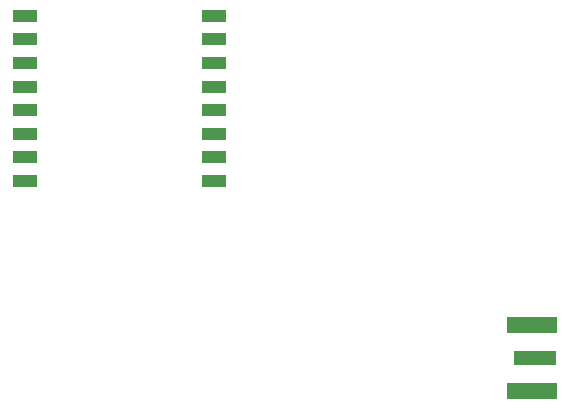
<source format=gtp>
G04 #@! TF.GenerationSoftware,KiCad,Pcbnew,5.1.5+dfsg1-2build2*
G04 #@! TF.CreationDate,2020-11-09T00:10:50+01:00*
G04 #@! TF.ProjectId,motherboard,6d6f7468-6572-4626-9f61-72642e6b6963,rev?*
G04 #@! TF.SameCoordinates,Original*
G04 #@! TF.FileFunction,Paste,Top*
G04 #@! TF.FilePolarity,Positive*
%FSLAX46Y46*%
G04 Gerber Fmt 4.6, Leading zero omitted, Abs format (unit mm)*
G04 Created by KiCad (PCBNEW 5.1.5+dfsg1-2build2) date 2020-11-09 00:10:50*
%MOMM*%
%LPD*%
G04 APERTURE LIST*
%ADD10R,4.200000X1.350000*%
%ADD11R,3.600000X1.270000*%
%ADD12R,2.000000X1.000000*%
G04 APERTURE END LIST*
D10*
X118364000Y-97821000D03*
X118364000Y-92171000D03*
D11*
X118564000Y-94996000D03*
D12*
X75439000Y-66025000D03*
X75439000Y-68025000D03*
X75439000Y-70025000D03*
X75439000Y-72025000D03*
X75439000Y-74025000D03*
X75439000Y-76025000D03*
X75439000Y-78025000D03*
X75439000Y-80025000D03*
X91439000Y-80025000D03*
X91439000Y-78025000D03*
X91439000Y-76025000D03*
X91439000Y-74025000D03*
X91439000Y-72025000D03*
X91439000Y-70025000D03*
X91439000Y-68025000D03*
X91439000Y-66025000D03*
M02*

</source>
